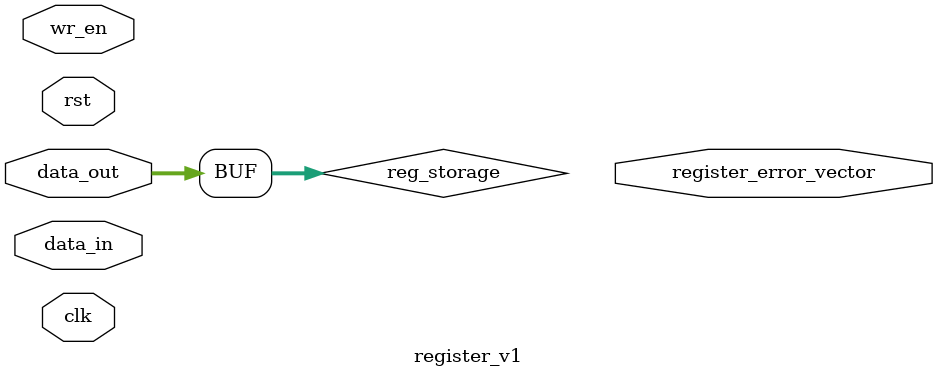
<source format=sv>
`timescale 1 ns / 1 ps

module register_v1 (

    input logic wr_en,
    input logic rst,
    input logic clk,
    input logic [31:0] data_in,
    input logic [31:0] data_out,
    output logic [7:0] register_error_vector
);
    
    // the internal register
    logic [31:0] reg_storage;
    assign data_out = reg_storage;

    always_ff @(posedge clk or posedge rst)
    begin
        if (rst)
            begin
                reg_storage <= 32'd0;
            end
        else
            begin
                if (wr_en)
                    begin
                        reg_storage <= data_in;
                    end
            end
    end

endmodule


</source>
